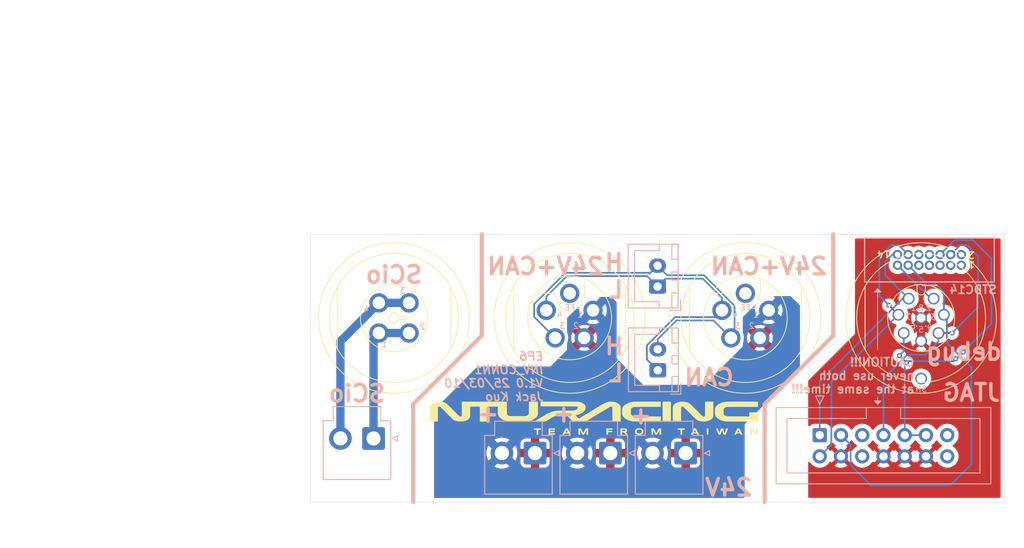
<source format=kicad_pcb>
(kicad_pcb (version 20240108) (generator "pcbnew") (generator_version "8.0")
  (title_block (title "INV_CONN1") (date "2025-03-10") (rev "1.0") (company "NTURacing") (comment 1 "Jack Kuo"))
  (layers (0 "F.Cu" signal) (31 "B.Cu" signal) (34 "B.Paste" user) (35 "F.Paste" user) (36 "B.SilkS" user "B.Silkscreen") (37 "F.SilkS" user "F.Silkscreen") (38 "B.Mask" user) (39 "F.Mask" user) (44 "Edge.Cuts" user))
  (net 0 "")
  (net 1 "GND")
  (net 2 "+24V")
  (net 6 "/CANH")
  (net 7 "GNDPWR")
  (net 8 "/CANL")
  (net 12 "/SC_INbox1")
  (net 13 "/SC_INbox2")
  (net 15 "/TDO")
  (net 16 "/TCK")
  (net 17 "/GND_Detect")
  (net 18 "/NRST")
  (net 19 "/TMS")
  (net 20 "/USART1_RX")
  (net 23 "+3V3")
  (footprint "nturt_kicad_lib_EP6:NianYeong-M12-L-F5P" (layer "F.Cu") (at 161 66)
    (property "Reference" "J5" (hide yes))
    (property "Value" "24V_CAN_4P")
  )
  (footprint "nturt_kicad_lib_EP6:NianYeong-M12-L-F5P" (layer "F.Cu") (at 140 66)
    (property "Reference" "J6" (hide yes))
    (property "Value" "24V_CAN_4P")
  )
  (footprint "nturt_kicad_lib_EP6:NianYeong-M12-T-M4P" (layer "F.Cu") (at 119 66 -45)
    (property "Reference" "J4" (hide yes))
    (property "Value" "SC_2P")
  )
  (footprint "nturt_kicad_lib_EP6:NianYeong-M12-A-F8P-Shield" (layer "F.Cu") (at 182 66)
    (property "Reference" "J7" (hide yes))
    (property "Value" "mainBoardDebug")
  )
  (footprint "Connector_JST:JST_VH_B2P-VH_1x02_P3.96mm_Vertical" (layer "B.Cu") (at 135.8575 82.15 180)
    (property "Reference" "J2" (hide yes))
    (property "Value" "24V")
  )
  (footprint "Connector_IDC:IDC-Header_2x07_P2.54mm_Vertical" (layer "B.Cu") (at 169.88 80 -90)
    (property "Reference" "J3" (hide yes))
    (property "Value" "JTAG")
  )
  (footprint "Connector_JST:JST_VH_B2P-VH_1x02_P3.96mm_Vertical" (layer "B.Cu") (at 153.8575 82.15 180)
    (property "Reference" "J10" (hide yes))
    (property "Value" "24V")
  )
  (footprint "Connector_JST:JST_XH_B2B-XH-A_1x02_P2.50mm_Vertical" (layer "B.Cu") (at 150.5 62.25 90)
    (property "Reference" "J9" (hide yes))
    (property "Value" "CAN")
  )
  (footprint "Connector_JST:JST_XH_B2B-XH-A_1x02_P2.50mm_Vertical" (layer "B.Cu") (at 150.525 72.25 90)
    (property "Reference" "J8" (hide yes))
    (property "Value" "CAN")
  )
  (footprint "Connector_JST:JST_VH_B2P-VH_1x02_P3.96mm_Vertical" (layer "B.Cu") (at 116.5575 80.4 180)
    (property "Reference" "J11" (hide yes))
    (property "Value" "SC_interlock")
  )
  (footprint "nturt_kicad_lib_EP6:box_header_14P_pitch127" (layer "B.Cu") (at 186.8 59.7)
    (property "Reference" "J12" (hide yes))
    (property "Value" "STDC14")
  )
  (footprint "Connector_JST:JST_VH_B2P-VH_1x02_P3.96mm_Vertical" (layer "B.Cu") (at 144.8575 82.15 180)
    (property "Reference" "J1" (hide yes))
    (property "Value" "24V")
  )
  (gr_line (start 176.8 69.8) (end 176.8 62.5) (stroke (width 0.1)) (layer "B.SilkS"))
  (gr_line (start 176.8 75.5) (end 176.8 76.3) (stroke (width 0.1)) (layer "B.SilkS"))
  (gr_line (start 163.3 76.3) (end 163.3 88) (stroke (width 0.5)) (layer "B.SilkS"))
  (gr_poly (pts (xy 176.81 76.31) (xy 177.21 75.91) (xy 176.41 75.91)) (stroke (width 0.1)) (fill solid) (layer "B.SilkS"))
  (gr_line (start 129.5 68.1) (end 121.3 76.3) (stroke (width 0.5)) (layer "B.SilkS"))
  (gr_line (start 129.5 56) (end 129.5 68.1) (stroke (width 0.5)) (layer "B.SilkS"))
  (gr_line (start 171.5 68.1) (end 163.3 76.3) (stroke (width 0.5)) (layer "B.SilkS"))
  (gr_poly (pts (xy 176.8 62.5) (xy 176.4 62.9) (xy 177.2 62.9)) (stroke (width 0.1)) (fill solid) (layer "B.SilkS"))
  (gr_line (start 121.3 76.3) (end 121.3 88) (stroke (width 0.5)) (layer "B.SilkS"))
  (gr_line (start 171.5 56) (end 171.5 68.1) (stroke (width 0.5)) (layer "B.SilkS"))
  (gr_poly (pts (xy 152.095905 75.997883) (xy 152.095905 78.388658) (xy 151.101075 78.388658) (xy 151.101075 77.20015) (xy 151.101637 76.73779) (xy 151.103191 76.357981) (xy 151.105538 76.100012) (xy 151.106947 76.028997) (xy 151.10848 76.003175) (xy 151.120001 76.00199) (xy 151.150038 76.000843) (xy 151.257575 75.998809) (xy 151.414919 75.997371) (xy 151.605897 75.996825)) (stroke (width -0.000001)) (fill solid) (layer "F.SilkS"))
  (gr_poly (pts (xy 153.757488 79.362324) (xy 153.439991 79.362324) (xy 153.439991 79.956049) (xy 153.337331 79.952874) (xy 153.233616 79.949699) (xy 153.230441 79.655483) (xy 153.228325 79.362324) (xy 152.910823 79.362324) (xy 152.910823 79.192991) (xy 153.757488 79.192991)) (stroke (width -0.000001)) (fill solid) (layer "F.SilkS"))
  (gr_poly (pts (xy 139.646631 79.193041) (xy 139.659428 79.19319) (xy 139.671376 79.193438) (xy 139.682484 79.193785) (xy 139.692761 79.194231) (xy 139.702216 79.194777) (xy 139.710859 79.195422) (xy 139.718699 79.196166) (xy 139.725745 79.197009) (xy 139.732007 79.197952) (xy 139.737493 79.198994) (xy 139.742214 79.200135) (xy 139.746178 79.201375) (xy 139.747879 79.202032) (xy 139.749395 79.202714) (xy 139.750726 79.203421) (xy 139.751874 79.204153) (xy 139.75284 79.20491) (xy 139.753624 79.205691) (xy 139.767714 79.230628) (xy 139.798868 79.288506) (xy 139.842326 79.370592) (xy 139.893325 79.468157) (xy 140.003127 79.678766) (xy 140.051083 79.769981) (xy 140.085942 79.835399) (xy 140.148383 79.954991) (xy 139.91555 79.954991) (xy 139.879566 79.883025) (xy 139.843584 79.812116) (xy 139.636151 79.808941) (xy 139.427658 79.806824) (xy 139.390616 79.880907) (xy 139.353574 79.954991) (xy 139.242449 79.954991) (xy 139.221682 79.954933) (xy 139.203365 79.954724) (xy 139.187392 79.954314) (xy 139.180252 79.954018) (xy 139.173658 79.953651) (xy 139.167597 79.953209) (xy 139.162057 79.952685) (xy 139.157023 79.952072) (xy 139.152483 79.951363) (xy 139.148424 79.950553) (xy 139.144832 79.949635) (xy 139.141694 79.948603) (xy 139.138998 79.94745) (xy 139.136729 79.94617) (xy 139.134875 79.944757) (xy 139.134099 79.943998) (xy 139.133422 79.943203) (xy 139.132843 79.942372) (xy 139.132358 79.941503) (xy 139.131968 79.940596) (xy 139.131669 79.939651) (xy 139.131342 79.937639) (xy 139.131364 79.935462) (xy 139.131722 79.933113) (xy 139.132402 79.930586) (xy 139.133391 79.927874) (xy 139.134676 79.924971) (xy 139.136245 79.92187) (xy 139.138083 79.918566) (xy 139.140178 79.915052) (xy 139.145084 79.907366) (xy 139.16415 79.873714) (xy 139.204747 79.797696) (xy 139.277367 79.658658) (xy 139.501741 79.658658) (xy 139.634033 79.658658) (xy 139.660684 79.658561) (xy 139.685511 79.658277) (xy 139.707982 79.65782) (xy 139.727563 79.657202) (xy 139.743721 79.656436) (xy 139.755923 79.655532) (xy 139.760374 79.655033) (xy 139.763635 79.654505) (xy 139.765641 79.653949) (xy 139.766152 79.65366) (xy 139.766324 79.653366) (xy 139.765028 79.649635) (xy 139.761314 79.641179) (xy 139.747672 79.612223) (xy 139.727481 79.570766) (xy 139.702825 79.521074) (xy 139.677971 79.471763) (xy 139.666939 79.450195) (xy 139.657184 79.431381) (xy 139.648968 79.41584) (xy 139.64255 79.404095) (xy 139.638191 79.396666) (xy 139.636865 79.394733) (xy 139.636429 79.39424) (xy 139.636151 79.394074) (xy 139.63441 79.396764) (xy 139.630164 79.404476) (xy 139.615248 79.432836) (xy 139.567358 79.526366) (xy 139.501741 79.658658) (xy 139.277367 79.658658) (xy 139.327117 79.563408) (xy 139.39275 79.436093) (xy 139.448957 79.328325) (xy 139.508091 79.216274) (xy 139.510807 79.212525) (xy 139.5135 79.209197) (xy 139.516321 79.206266) (xy 139.519418 79.203707) (xy 139.522944 79.201495) (xy 139.527048 79.199606) (xy 139.531881 79.198014) (xy 139.537592 79.196695) (xy 139.544333 79.195625) (xy 139.552254 79.194777) (xy 139.561505 79.194128) (xy 139.572236 79.193653) (xy 139.598742 79.193123) (xy 139.632974 79.192991)) (stroke (width -0.000001)) (fill solid) (layer "F.SilkS"))
  (gr_poly (pts (xy 150.884117 76.002117) (xy 150.884117 76.626533) (xy 149.32625 76.62865) (xy 148.760619 76.629702) (xy 148.533957 76.630303) (xy 148.340727 76.631114) (xy 148.177927 76.632253) (xy 148.042552 76.63384) (xy 147.931601 76.635995) (xy 147.884346 76.637322) (xy 147.84207 76.638836) (xy 147.804399 76.640552) (xy 147.770957 76.642484) (xy 147.741368 76.644647) (xy 147.715258 76.647057) (xy 147.692251 76.649728) (xy 147.671971 76.652675) (xy 147.654043 76.655913) (xy 147.638092 76.659457) (xy 147.623743 76.663322) (xy 147.610619 76.667523) (xy 147.598347 76.672075) (xy 147.586549 76.676992) (xy 147.562879 76.687983) (xy 147.536606 76.700617) (xy 147.517933 76.709678) (xy 147.500375 76.718635) (xy 147.483884 76.727533) (xy 147.46841 76.736418) (xy 147.453904 76.745333) (xy 147.440315 76.754325) (xy 147.427595 76.763437) (xy 147.415693 76.772715) (xy 147.404559 76.782205) (xy 147.394146 76.791949) (xy 147.384402 76.801995) (xy 147.375278 76.812386) (xy 147.366724 76.823168) (xy 147.358692 76.834386) (xy 147.35113 76.846084) (xy 147.34399 76.858308) (xy 147.31224 76.912283) (xy 147.31224 77.190625) (xy 147.312362 77.272809) (xy 147.312819 77.338312) (xy 147.313215 77.365517) (xy 147.313747 77.389403) (xy 147.31443 77.410254) (xy 147.315283 77.428353) (xy 147.316321 77.443984) (xy 147.317563 77.45743) (xy 147.319024 77.468976) (xy 147.320723 77.478905) (xy 147.322676 77.4875) (xy 147.324901 77.495046) (xy 147.327414 77.501827) (xy 147.330232 77.508125) (xy 147.336466 77.520027) (xy 147.343639 77.531902) (xy 147.351724 77.543725) (xy 147.360693 77.555469) (xy 147.370517 77.567107) (xy 147.381169 77.578613) (xy 147.392621 77.589962) (xy 147.404845 77.601126) (xy 147.417814 77.612079) (xy 147.431498 77.622795) (xy 147.445871 77.633247) (xy 147.460904 77.64341) (xy 147.47657 77.653256) (xy 147.49284 77.662759) (xy 147.509687 77.671894) (xy 147.527083 77.680633) (xy 147.582123 77.707617) (xy 147.634819 77.727431) (xy 147.710607 77.741243) (xy 147.834926 77.750218) (xy 148.033213 77.755522) (xy 148.330904 77.758321) (xy 149.32625 77.761066) (xy 150.889409 77.7653) (xy 150.889409 78.389717) (xy 149.273333 78.385483) (xy 148.417802 78.38292) (xy 148.128025 78.381297) (xy 147.913109 78.379265) (xy 147.760204 78.376688) (xy 147.656463 78.373428) (xy 147.619013 78.3715) (xy 147.589035 78.36935) (xy 147.564924 78.366961) (xy 147.545073 78.364316) (xy 147.45718 78.349621) (xy 147.372104 78.332922) (xy 147.289859 78.314226) (xy 147.210458 78.29354) (xy 147.133917 78.27087) (xy 147.060248 78.246221) (xy 146.989465 78.219601) (xy 146.921584 78.191014) (xy 146.856616 78.160468) (xy 146.794578 78.127969) (xy 146.735481 78.093523) (xy 146.679342 78.057135) (xy 146.626172 78.018813) (xy 146.575987 77.978562) (xy 146.5288 77.936389) (xy 146.484625 77.8923) (xy 146.466581 77.872847) (xy 146.449709 77.8541) (xy 146.43394 77.83595) (xy 146.419207 77.818283) (xy 146.405441 77.800987) (xy 146.392575 77.783953) (xy 146.38054 77.767067) (xy 146.369267 77.750218) (xy 146.358688 77.733295) (xy 146.348737 77.716186) (xy 146.339343 77.69878) (xy 146.330439 77.680964) (xy 146.321956 77.662627) (xy 146.313828 77.643658) (xy 146.305984 77.623944) (xy 146.298358 77.603375) (xy 146.269782 77.526117) (xy 146.269782 76.859366) (xy 146.298358 76.782108) (xy 146.304862 76.765084) (xy 146.312297 76.746919) (xy 146.320402 76.728158) (xy 146.328916 76.709348) (xy 146.33758 76.691034) (xy 146.346131 76.673761) (xy 146.35431 76.658076) (xy 146.361857 76.644525) (xy 146.372715 76.627179) (xy 146.386068 76.608254) (xy 146.401657 76.588005) (xy 146.419222 76.566688) (xy 146.438505 76.544558) (xy 146.459247 76.521872) (xy 146.481188 76.498885) (xy 146.504071 76.475853) (xy 146.527636 76.453032) (xy 146.551624 76.430677) (xy 146.575776 76.409045) (xy 146.599833 76.388392) (xy 146.623538 76.368972) (xy 146.646629 76.351042) (xy 146.668849 76.334858) (xy 146.68994 76.320675) (xy 146.742423 76.287983) (xy 146.796672 76.256983) (xy 146.852667 76.227678) (xy 146.910388 76.200074) (xy 146.969813 76.174176) (xy 147.030924 76.149988) (xy 147.0937 76.127514) (xy 147.158121 76.106759) (xy 147.224167 76.087729) (xy 147.291816 76.070427) (xy 147.361051 76.054858) (xy 147.431849 76.041027) (xy 147.504192 76.028938) (xy 147.578059 76.018597) (xy 147.653429 76.010008) (xy 147.730283 76.003175) (xy 149.328365 76.001058)) (stroke (width -0.000001)) (fill solid) (layer "F.SilkS"))
  (gr_poly (pts (xy 136.570158 79.362324) (xy 136.252659 79.362324) (xy 136.252659 79.954991) (xy 136.040991 79.954991) (xy 136.040991 79.362324) (xy 135.723491 79.362324) (xy 135.723491 79.192991) (xy 136.570158 79.192991)) (stroke (width -0.000001)) (fill solid) (layer "F.SilkS"))
  (gr_poly (pts (xy 146.446965 79.193405) (xy 146.49158 79.193996) (xy 146.531406 79.194909) (xy 146.566848 79.196195) (xy 146.598311 79.197902) (xy 146.626198 79.200081) (xy 146.650915 79.202781) (xy 146.672867 79.206051) (xy 146.682932 79.207915) (xy 146.692457 79.209941) (xy 146.701493 79.212134) (xy 146.710091 79.214501) (xy 146.7183 79.217047) (xy 146.726173 79.21978) (xy 146.733758 79.222705) (xy 146.741107 79.225828) (xy 146.755299 79.232695) (xy 146.769154 79.24043) (xy 146.783074 79.249082) (xy 146.795522 79.258433) (xy 146.80705 79.268974) (xy 146.817633 79.280627) (xy 146.827243 79.293318) (xy 146.835855 79.306969) (xy 146.843443 79.321506) (xy 146.849979 79.336852) (xy 146.855438 79.352932) (xy 146.859793 79.369668) (xy 146.863018 79.386986) (xy 146.865086 79.40481) (xy 146.865972 79.423063) (xy 146.865648 79.441669) (xy 146.864088 79.460553) (xy 146.861267 79.479639) (xy 146.857157 79.49885) (xy 146.855317 79.506198) (xy 146.853352 79.513189) (xy 146.851235 79.51986) (xy 146.848939 79.52625) (xy 146.846439 79.532399) (xy 146.843708 79.538345) (xy 146.840719 79.544126) (xy 146.837447 79.549782) (xy 146.833864 79.555351) (xy 146.829946 79.560872) (xy 146.825664 79.566383) (xy 146.820993 79.571924) (xy 146.815907 79.577533) (xy 146.810379 79.583249) (xy 146.804382 79.589111) (xy 146.797891 79.595158) (xy 146.788453 79.603662) (xy 146.779337 79.611595) (xy 146.770767 79.618784) (xy 146.766756 79.622046) (xy 146.762966 79.625056) (xy 146.759423 79.627793) (xy 146.756157 79.630236) (xy 146.753194 79.632362) (xy 146.750563 79.634151) (xy 146.748292 79.63558) (xy 146.746408 79.636627) (xy 146.74494 79.637271) (xy 146.744371 79.637436) (xy 146.743915 79.637491) (xy 146.742875 79.63754) (xy 146.741743 79.637683) (xy 146.740527 79.637917) (xy 146.739236 79.638235) (xy 146.737876 79.638634) (xy 146.736456 79.63911) (xy 146.734983 79.639656) (xy 146.733465 79.640269) (xy 146.73191 79.640944) (xy 146.730326 79.641677) (xy 146.728719 79.642462) (xy 146.727099 79.643296) (xy 146.723848 79.645088) (xy 146.720634 79.647016) (xy 146.718868 79.648739) (xy 146.717971 79.651177) (xy 146.717991 79.654399) (xy 146.718979 79.658476) (xy 146.720984 79.663476) (xy 146.724055 79.66947) (xy 146.728243 79.676528) (xy 146.733597 79.684719) (xy 146.748 79.70478) (xy 146.767662 79.730211) (xy 146.79298 79.76157) (xy 146.82435 79.799416) (xy 146.86994 79.855772) (xy 146.907296 79.902603) (xy 146.921676 79.920959) (xy 146.932546 79.935147) (xy 146.939423 79.944573) (xy 146.941213 79.947314) (xy 146.941823 79.948641) (xy 146.941225 79.949236) (xy 146.939469 79.949826) (xy 146.932712 79.950973) (xy 146.922011 79.952045) (xy 146.907825 79.953007) (xy 146.890612 79.953819) (xy 146.870833 79.954445) (xy 146.848944 79.954848) (xy 146.825407 79.954991) (xy 146.70899 79.954991) (xy 146.59575 79.817408) (xy 146.482509 79.679824) (xy 146.26449 79.679824) (xy 146.263434 79.787774) (xy 146.263094 79.847002) (xy 146.26294 79.870335) (xy 146.262507 79.88992) (xy 146.261577 79.906089) (xy 146.260859 79.912995) (xy 146.259935 79.919171) (xy 146.258779 79.924658) (xy 146.257362 79.929497) (xy 146.25566 79.933729) (xy 146.253643 79.937396) (xy 146.251285 79.940539) (xy 146.248559 79.9432) (xy 146.245437 79.945419) (xy 146.241893 79.947237) (xy 146.2379 79.948697) (xy 146.23343 79.94984) (xy 146.228456 79.950706) (xy 146.222951 79.951336) (xy 146.21024 79.952058) (xy 146.195079 79.952335) (xy 146.156541 79.952874) (xy 146.052824 79.956049) (xy 146.052824 79.510491) (xy 146.259199 79.510491) (xy 146.437 79.510491) (xy 146.465871 79.510463) (xy 146.491516 79.510363) (xy 146.514152 79.51017) (xy 146.534002 79.509863) (xy 146.551284 79.509419) (xy 146.566219 79.508817) (xy 146.572875 79.50845) (xy 146.579027 79.508035) (xy 146.584702 79.50757) (xy 146.589928 79.507051) (xy 146.594732 79.506477) (xy 146.599142 79.505845) (xy 146.603186 79.505151) (xy 146.60689 79.504393) (xy 146.610283 79.503569) (xy 146.613392 79.502675) (xy 146.616244 79.501709) (xy 146.618867 79.500668) (xy 146.621288 79.49955) (xy 146.623536 79.498352) (xy 146.625637 79.49707) (xy 146.627619 79.495703) (xy 146.629509 79.494248) (xy 146.631336 79.492701) (xy 146.633126 79.491061) (xy 146.634907 79.489324) (xy 146.637499 79.486564) (xy 146.639918 79.483646) (xy 146.642164 79.480583) (xy 146.644238 79.477385) (xy 146.646139 79.474063) (xy 146.647869 79.470628) (xy 146.649427 79.46709) (xy 146.650815 79.463461) (xy 146.652032 79.459752) (xy 146.653079 79.455972) (xy 146.653956 79.452134) (xy 146.654664 79.448248) (xy 146.655203 79.444324) (xy 146.655573 79.440374) (xy 146.655775 79.436409) (xy 146.655809 79.432439) (xy 146.655676 79.428475) (xy 146.655376 79.424528) (xy 146.654909 79.420609) (xy 146.654276 79.416729) (xy 146.653477 79.412899) (xy 146.652512 79.409129) (xy 146.651383 79.40543) (xy 146.650088 79.401814) (xy 146.64863 79.39829) (xy 146.647007 79.39487) (xy 146.645221 79.391565) (xy 146.643272 79.388386) (xy 146.64116 79.385343) (xy 146.638885 79.382447) (xy 146.636449 79.37971) (xy 146.633851 79.377141) (xy 146.630012 79.373949) (xy 146.625917 79.371103) (xy 146.621381 79.368577) (xy 146.616222 79.366343) (xy 146.610257 79.364376) (xy 146.603303 79.362649) (xy 146.595176 79.361136) (xy 146.585695 79.359811) (xy 146.561937 79.357618) (xy 146.530563 79.355858) (xy 146.490111 79.354323) (xy 146.439116 79.352799) (xy 146.266607 79.349624) (xy 146.262374 79.430058) (xy 146.259199 79.510491) (xy 146.052824 79.510491) (xy 146.052824 79.192991) (xy 146.34175 79.192991)) (stroke (width -0.000001)) (fill solid) (layer "F.SilkS"))
  (gr_poly (pts (xy 139.442291 75.996926) (xy 140.017927 75.997635) (xy 140.244798 75.998408) (xy 140.435979 75.99956) (xy 140.595178 76.001168) (xy 140.726101 76.003307) (xy 140.832455 76.006055) (xy 140.917947 76.009486) (xy 140.954027 76.011481) (xy 140.986283 76.013676) (xy 141.015176 76.01608) (xy 141.04117 76.018703) (xy 141.064729 76.021553) (xy 141.086315 76.024641) (xy 141.106393 76.027975) (xy 141.125425 76.031566) (xy 141.162207 76.039555) (xy 141.200366 76.048683) (xy 141.262354 76.064934) (xy 141.322064 76.083096) (xy 141.379427 76.103117) (xy 141.434373 76.124949) (xy 141.486833 76.148543) (xy 141.536736 76.173848) (xy 141.584013 76.200815) (xy 141.628594 76.229394) (xy 141.670409 76.259535) (xy 141.709389 76.29119) (xy 141.727794 76.30757) (xy 141.745464 76.324309) (xy 141.76239 76.341401) (xy 141.778563 76.358841) (xy 141.793975 76.376622) (xy 141.808618 76.394738) (xy 141.822482 76.413182) (xy 141.835558 76.431949) (xy 141.847838 76.451032) (xy 141.859314 76.470425) (xy 141.869976 76.490122) (xy 141.879816 76.510117) (xy 141.888989 76.530196) (xy 141.892769 76.539245) (xy 141.896055 76.547919) (xy 141.898882 76.556432) (xy 141.901284 76.564997) (xy 141.903296 76.573829) (xy 141.904951 76.583142) (xy 141.906284 76.593149) (xy 141.907329 76.604064) (xy 141.908119 76.616102) (xy 141.908689 76.629477) (xy 141.909305 76.66109) (xy 141.909449 76.700617) (xy 141.908882 76.736451) (xy 141.907879 76.766828) (xy 141.907173 76.780281) (xy 141.906306 76.792741) (xy 141.905263 76.804333) (xy 141.904026 76.815181) (xy 141.902578 76.825409) (xy 141.900903 76.835141) (xy 141.898982 76.8445) (xy 141.896799 76.853612) (xy 141.894337 76.862599) (xy 141.89158 76.871587) (xy 141.888509 76.880698) (xy 141.885107 76.890058) (xy 141.858076 76.953414) (xy 141.824727 77.014817) (xy 141.785241 77.074149) (xy 141.739802 77.131292) (xy 141.688589 77.186128) (xy 141.631784 77.238539) (xy 141.569568 77.288408) (xy 141.502124 77.335616) (xy 141.429631 77.380047) (xy 141.352273 77.421581) (xy 141.270229 77.460102) (xy 141.183682 77.495491) (xy 141.092812 77.52763) (xy 140.997802 77.556403) (xy 140.898832 77.58169) (xy 140.796084 77.603375) (xy 140.697657 77.622425) (xy 140.896625 77.819274) (xy 141.094533 78.017183) (xy 142.629116 77.095375) (xy 143.732429 76.435901) (xy 144.082869 76.228451) (xy 144.229315 76.143933) (xy 144.269712 76.126861) (xy 144.314164 76.109951) (xy 144.361866 76.093462) (xy 144.412011 76.077655) (xy 144.463792 76.062791) (xy 144.516405 76.04913) (xy 144.569043 76.036932) (xy 144.620899 76.026458) (xy 144.654795 76.020877) (xy 144.690805 76.016042) (xy 144.767991 76.008615) (xy 144.850113 76.00419) (xy 144.934828 76.002778) (xy 145.01979 76.004392) (xy 145.102657 76.009045) (xy 145.181084 76.016749) (xy 145.2179 76.021749) (xy 145.252726 76.027516) (xy 145.335377 76.044297) (xy 145.414915 76.06438) (xy 145.491129 76.08762) (xy 145.563809 76.11387) (xy 145.598757 76.128078) (xy 145.632743 76.142985) (xy 145.66574 76.158571) (xy 145.697721 76.174819) (xy 145.72866 76.19171) (xy 145.758531 76.209227) (xy 145.787308 76.22735) (xy 145.814964 76.246062) (xy 145.841473 76.265345) (xy 145.866808 76.28518) (xy 145.890943 76.305549) (xy 145.913852 76.326434) (xy 145.935509 76.347816) (xy 145.955886 76.369678) (xy 145.974958 76.392001) (xy 145.992698 76.414767) (xy 146.009081 76.437958) (xy 146.024079 76.461556) (xy 146.037666 76.485541) (xy 146.049816 76.509897) (xy 146.060503 76.534605) (xy 146.069699 76.559647) (xy 146.07738 76.585004) (xy 146.083518 76.610658) (xy 146.086748 76.636711) (xy 146.089321 76.684345) (xy 146.092645 76.851694) (xy 146.093786 77.127389) (xy 146.093041 77.526117) (xy 146.089866 78.383367) (xy 145.595624 78.386541) (xy 145.100324 78.388658) (xy 145.100324 76.6731) (xy 145.074926 76.6477) (xy 145.070476 76.643521) (xy 145.065674 76.639518) (xy 145.055086 76.632052) (xy 145.043313 76.625324) (xy 145.030508 76.619356) (xy 145.016822 76.61417) (xy 145.002408 76.609786) (xy 144.987417 76.606227) (xy 144.972001 76.603514) (xy 144.956313 76.60167) (xy 144.940503 76.600716) (xy 144.924725 76.600673) (xy 144.909129 76.601563) (xy 144.893869 76.603408) (xy 144.879095 76.606231) (xy 144.86496 76.610051) (xy 144.851616 76.614892) (xy 144.39521 76.884237) (xy 143.349841 77.509183) (xy 141.885107 78.388658) (xy 140.396033 78.388658) (xy 140.025616 78.018241) (xy 139.6552 77.647825) (xy 139.184241 77.647825) (xy 138.992797 77.648472) (xy 138.836364 77.650818) (xy 138.769227 77.652818) (xy 138.708382 77.655471) (xy 138.65301 77.658852) (xy 138.602291 77.663038) (xy 138.555403 77.668105) (xy 138.511528 77.674128) (xy 138.469845 77.681184) (xy 138.429534 77.689348) (xy 138.389775 77.698696) (xy 138.349748 77.709305) (xy 138.308633 77.72125) (xy 138.265609 77.734608) (xy 138.209535 77.753178) (xy 138.156947 77.773039) (xy 138.101507 77.797562) (xy 138.036876 77.830123) (xy 137.956718 77.874093) (xy 137.854694 77.932847) (xy 137.5597 78.1082) (xy 137.091917 78.388658) (xy 136.421991 78.386541) (xy 135.752067 78.383367) (xy 136.518299 77.922991) (xy 137.00037 77.63443) (xy 137.16146 77.538903) (xy 137.281622 77.468702) (xy 137.370134 77.418443) (xy 137.40542 77.399111) (xy 137.436272 77.382745) (xy 137.463849 77.368674) (xy 137.489312 77.356225) (xy 137.538533 77.3335) (xy 137.590134 77.3115) (xy 137.644303 77.290011) (xy 137.759014 77.248916) (xy 137.880001 77.210921) (xy 138.004597 77.176734) (xy 138.130136 77.147062) (xy 138.253951 77.12261) (xy 138.373375 77.104088) (xy 138.430607 77.09727) (xy 138.485742 77.0922) (xy 138.517557 77.089058) (xy 138.545801 77.086114) (xy 138.557592 77.084779) (xy 138.567299 77.083568) (xy 138.574525 77.082505) (xy 138.577084 77.082038) (xy 138.578875 77.081616) (xy 138.65524 77.079434) (xy 138.853248 77.077648) (xy 139.494334 77.075266) (xy 139.811726 77.074384) (xy 140.05644 77.072968) (xy 140.155156 77.071893) (xy 140.240036 77.070485) (xy 140.312527 77.068677) (xy 140.374072 77.066403) (xy 140.426118 77.063595) (xy 140.470108 77.060187) (xy 140.507487 77.056113) (xy 140.539701 77.051305) (xy 140.568194 77.045697) (xy 140.594412 77.039223) (xy 140.619798 77.031816) (xy 140.645798 77.023408) (xy 140.680432 77.010739) (xy 140.713617 76.996615) (xy 140.745242 76.981146) (xy 140.775197 76.964439) (xy 140.803372 76.946604) (xy 140.829658 76.927749) (xy 140.853943 76.907982) (xy 140.876119 76.887412) (xy 140.886381 76.87686) (xy 140.896075 76.866148) (xy 140.905186 76.855289) (xy 140.9137 76.844298) (xy 140.921605 76.833187) (xy 140.928886 76.82197) (xy 140.935529 76.810661) (xy 140.941521 76.799273) (xy 140.946848 76.78782) (xy 140.951496 76.776316) (xy 140.955451 76.764773) (xy 140.9587 76.753207) (xy 140.961229 76.741629) (xy 140.963024 76.730054) (xy 140.964072 76.718495) (xy 140.964358 76.706967) (xy 140.963992 76.696627) (xy 140.963269 76.687003) (xy 140.962151 76.678043) (xy 140.961433 76.673795) (xy 140.960604 76.669693) (xy 140.959658 76.665731) (xy 140.958592 76.661902) (xy 140.957401 76.658199) (xy 140.956079 76.654616) (xy 140.954624 76.651146) (xy 140.95303 76.647783) (xy 140.951293 76.64452) (xy 140.949409 76.64135) (xy 140.947373 76.638267) (xy 140.94518 76.635264) (xy 140.942827 76.632335) (xy 140.940308 76.629472) (xy 140.937619 76.626671) (xy 140.934757 76.623923) (xy 140.931715 76.621222) (xy 140.928491 76.618562) (xy 140.925078 76.615937) (xy 140.921474 76.613339) (xy 140.913672 76.608198) (xy 140.905048 76.603089) (xy 140.895567 76.597958) (xy 140.851116 76.573617) (xy 138.684708 76.570441) (xy 136.517241 76.568325) (xy 136.517241 75.996825) (xy 138.679416 75.996825)) (stroke (width -0.000001)) (fill solid) (layer "F.SilkS"))
  (gr_poly (pts (xy 162.499324 76.631825) (xy 160.634542 76.633941) (xy 158.768697 76.637116) (xy 158.699908 76.661458) (xy 158.671291 76.672313) (xy 158.644165 76.68346) (xy 158.618505 76.694916) (xy 158.594288 76.706702) (xy 158.571492 76.718834) (xy 158.550093 76.731333) (xy 158.530067 76.744216) (xy 158.511391 76.757502) (xy 158.494043 76.771209) (xy 158.477998 76.785357) (xy 158.463234 76.799964) (xy 158.449727 76.815049) (xy 158.437454 76.830629) (xy 158.426392 76.846724) (xy 158.416517 76.863353) (xy 158.407807 76.880533) (xy 158.399727 76.898289) (xy 158.396424 76.906806) (xy 158.393569 76.915623) (xy 158.391129 76.925148) (xy 158.389073 76.935786) (xy 158.387367 76.947942) (xy 158.385979 76.962025) (xy 158.384025 76.997591) (xy 158.382952 77.045732) (xy 158.382407 77.192742) (xy 158.382537 77.272518) (xy 158.382735 77.305772) (xy 158.383052 77.335054) (xy 158.383511 77.360703) (xy 158.384137 77.383055) (xy 158.384951 77.40245) (xy 158.385979 77.419225) (xy 158.387241 77.433718) (xy 158.388763 77.446266) (xy 158.390567 77.457209) (xy 158.392676 77.466883) (xy 158.395114 77.475627) (xy 158.397904 77.483779) (xy 158.401069 77.491677) (xy 158.404632 77.499658) (xy 158.417715 77.525312) (xy 158.433493 77.549857) (xy 158.451881 77.573251) (xy 158.472796 77.595454) (xy 158.496154 77.616422) (xy 158.521872 77.636115) (xy 158.549865 77.65449) (xy 158.580051 77.671505) (xy 158.612345 77.687119) (xy 158.646664 77.701289) (xy 158.682924 77.713974) (xy 158.721041 77.725133) (xy 158.760931 77.734722) (xy 158.802512 77.742701) (xy 158.845698 77.749027) (xy 158.890407 77.753658) (xy 159.0332 77.757544) (xy 159.332658 77.760934) (xy 160.237664 77.764242) (xy 161.462156 77.764242) (xy 161.462156 77.277408) (xy 162.499324 77.277408) (xy 162.499324 78.388658) (xy 160.682164 78.387599) (xy 159.364011 78.383895) (xy 158.93641 78.380754) (xy 158.74753 78.377016) (xy 158.695164 78.372151) (xy 158.643517 78.366268) (xy 158.592416 78.359343) (xy 158.541686 78.351352) (xy 158.491156 78.342269) (xy 158.44065 78.33207) (xy 158.389995 78.32073) (xy 158.339018 78.308225) (xy 158.249276 78.283812) (xy 158.162721 78.256292) (xy 158.07951 78.225783) (xy 157.999805 78.192403) (xy 157.923765 78.15627) (xy 157.851549 78.117501) (xy 157.783318 78.076215) (xy 157.71923 78.032529) (xy 157.659446 77.986561) (xy 157.604126 77.938428) (xy 157.578189 77.913587) (xy 157.553428 77.888249) (xy 157.529862 77.862429) (xy 157.507513 77.836142) (xy 157.486399 77.809402) (xy 157.46654 77.782224) (xy 157.447957 77.754623) (xy 157.430669 77.726613) (xy 157.414697 77.698209) (xy 157.40006 77.669427) (xy 157.386779 77.64028) (xy 157.374872 77.610783) (xy 157.367143 77.589261) (xy 157.361248 77.567788) (xy 157.35694 77.54195) (xy 157.353971 77.507331) (xy 157.352094 77.459516) (xy 157.35106 77.394089) (xy 157.35053 77.192742) (xy 157.350622 77.078847) (xy 157.35106 76.991394) (xy 157.351487 76.956203) (xy 157.352094 76.925967) (xy 157.352912 76.900134) (xy 157.353971 76.878152) (xy 157.355304 76.859469) (xy 157.35694 76.843533) (xy 157.357882 76.836422) (xy 157.358911 76.829792) (xy 157.360032 76.823572) (xy 157.361248 76.817695) (xy 157.363981 76.806689) (xy 157.367143 76.796222) (xy 157.370763 76.785743) (xy 157.374872 76.7747) (xy 157.408206 76.699715) (xy 157.450393 76.627308) (xy 157.501035 76.557701) (xy 157.559734 76.491116) (xy 157.626092 76.427774) (xy 157.699709 76.367897) (xy 157.780188 76.311706) (xy 157.86713 76.259424) (xy 157.960137 76.211271) (xy 158.05881 76.167471) (xy 158.162751 76.128243) (xy 158.271562 76.093811) (xy 158.384843 76.064396) (xy 158.502197 76.040219) (xy 158.623226 76.021502) (xy 158.74753 76.008467) (xy 159.357792 76.001984) (xy 160.676872 75.997883) (xy 162.499324 75.996825)) (stroke (width -0.000001)) (fill solid) (layer "F.SilkS"))
  (gr_poly (pts (xy 157.791855 79.441699) (xy 157.830385 79.538156) (xy 157.862764 79.61725) (xy 157.875593 79.647713) (xy 157.885618 79.670746) (xy 157.892419 79.685321) (xy 157.894478 79.689114) (xy 157.895149 79.690082) (xy 157.895573 79.690408) (xy 157.896656 79.689114) (xy 157.898678 79.685321) (xy 157.90533 79.670746) (xy 157.927588 79.61725) (xy 157.958975 79.538156) (xy 157.996116 79.441699) (xy 158.091364 79.192991) (xy 158.206724 79.195108) (xy 158.321022 79.198282) (xy 158.340073 79.245908) (xy 158.435324 79.504141) (xy 158.512584 79.713691) (xy 158.61524 79.456516) (xy 158.718958 79.198282) (xy 158.825848 79.195108) (xy 158.847455 79.194858) (xy 158.867537 79.194893) (xy 158.885659 79.195201) (xy 158.901387 79.195769) (xy 158.908218 79.196147) (xy 158.914288 79.196585) (xy 158.919542 79.197083) (xy 158.923927 79.197638) (xy 158.927388 79.198248) (xy 158.92987 79.198913) (xy 158.930727 79.199266) (xy 158.93132 79.199631) (xy 158.93164 79.200009) (xy 158.931683 79.2004) (xy 158.919809 79.232662) (xy 158.887497 79.314832) (xy 158.781397 79.579283) (xy 158.631115 79.949699) (xy 158.400399 79.949699) (xy 158.305147 79.703108) (xy 158.26756 79.607974) (xy 158.250918 79.566726) (xy 158.236224 79.530996) (xy 158.223861 79.501766) (xy 158.214215 79.480015) (xy 158.21053 79.472249) (xy 158.207669 79.466721) (xy 158.205679 79.463553) (xy 158.205025 79.462892) (xy 158.204608 79.462866) (xy 158.202557 79.46631) (xy 158.198919 79.473945) (xy 158.187674 79.499908) (xy 158.17246 79.536982) (xy 158.154865 79.5814) (xy 158.108827 79.70033) (xy 158.059614 79.824816) (xy 158.009875 79.954991) (xy 157.783392 79.954991) (xy 157.633106 79.5814) (xy 157.5748 79.436441) (xy 157.52701 79.316287) (xy 157.494697 79.233439) (xy 157.485896 79.209912) (xy 157.482824 79.2004) (xy 157.482962 79.200006) (xy 157.483373 79.199619) (xy 157.484982 79.198866) (xy 157.487596 79.198144) (xy 157.491159 79.197456) (xy 157.500907 79.196195) (xy 157.513781 79.195108) (xy 157.529334 79.194219) (xy 157.547119 79.193553) (xy 157.56669 79.193136) (xy 157.587601 79.192991) (xy 157.692374 79.192991)) (stroke (width -0.000001)) (fill solid) (layer "F.SilkS"))
  (gr_poly (pts (xy 156.47529 79.195108) (xy 156.57795 79.198282) (xy 156.57795 79.949699) (xy 156.47529 79.952874) (xy 156.371572 79.956049) (xy 156.371572 79.191933)) (stroke (width -0.000001)) (fill solid) (layer "F.SilkS"))
  (gr_poly (pts (xy 160.468381 79.564466) (xy 160.607023 79.829578) (xy 160.649951 79.912426) (xy 160.661865 79.935953) (xy 160.666288 79.945466) (xy 160.666336 79.945959) (xy 160.666087 79.946445) (xy 160.664726 79.947394) (xy 160.662261 79.94831) (xy 160.658748 79.949186) (xy 160.648802 79.950805) (xy 160.635334 79.952213) (xy 160.618789 79.953372) (xy 160.599616 79.954247) (xy 160.578259 79.954799) (xy 160.555165 79.954991) (xy 160.439809 79.954991) (xy 160.403821 79.880907) (xy 160.367841 79.806824) (xy 159.9498 79.806824) (xy 159.914875 79.877733) (xy 159.879949 79.949699) (xy 159.766706 79.952874) (xy 159.743563 79.95317) (xy 159.722057 79.953255) (xy 159.702636 79.953116) (xy 159.685744 79.952742) (xy 159.671829 79.95212) (xy 159.666127 79.951712) (xy 159.661337 79.951237) (xy 159.657514 79.950695) (xy 159.654715 79.950082) (xy 159.653716 79.949749) (xy 159.652994 79.949398) (xy 159.652556 79.949029) (xy 159.652408 79.948641) (xy 159.667076 79.918264) (xy 159.707045 79.839765) (xy 159.80503 79.650588) (xy 160.035497 79.650588) (xy 160.03581 79.650984) (xy 160.037421 79.65177) (xy 160.04029 79.652544) (xy 160.044354 79.6533) (xy 160.055801 79.65473) (xy 160.071242 79.656012) (xy 160.090155 79.657095) (xy 160.11202 79.65793) (xy 160.136316 79.658467) (xy 160.162521 79.658658) (xy 160.293757 79.658658) (xy 160.229197 79.526366) (xy 160.216344 79.500019) (xy 160.204161 79.475334) (xy 160.192921 79.452882) (xy 160.182896 79.433233) (xy 160.174359 79.416957) (xy 160.167583 79.404625) (xy 160.164941 79.400116) (xy 160.162841 79.396807) (xy 160.161317 79.394769) (xy 160.160783 79.39425) (xy 160.160405 79.394074) (xy 160.158491 79.396474) (xy 160.154519 79.4033) (xy 160.141489 79.427991) (xy 160.102728 79.505861) (xy 160.061585 79.591867) (xy 160.045577 79.626728) (xy 160.035523 79.650191) (xy 160.035497 79.650588) (xy 159.80503 79.650588) (xy 159.838674 79.585632) (xy 160.035523 79.210983) (xy 160.037053 79.208165) (xy 160.038934 79.205652) (xy 160.041267 79.203427) (xy 160.044155 79.201474) (xy 160.047701 79.199775) (xy 160.052006 79.198314) (xy 160.057173 79.197072) (xy 160.063305 79.196034) (xy 160.070503 79.195181) (xy 160.07887 79.194498) (xy 160.09952 79.19357) (xy 160.126074 79.193113) (xy 160.15935 79.192991) (xy 160.274706 79.192991)) (stroke (width -0.000001)) (fill solid) (layer "F.SilkS"))
  (gr_poly (pts (xy 157.165323 76.878416) (xy 157.165205 77.133096) (xy 157.164777 77.336096) (xy 157.163928 77.493579) (xy 157.162545 77.611709) (xy 157.160517 77.696651) (xy 157.159226 77.728602) (xy 157.157733 77.754567) (xy 157.156022 77.775318) (xy 157.15408 77.791623) (xy 157.151893 77.804255) (xy 157.149448 77.813983) (xy 157.138628 77.846022) (xy 157.125457 77.877432) (xy 157.109998 77.908181) (xy 157.092311 77.938242) (xy 157.050501 77.996181) (xy 157.000521 78.051016) (xy 156.942865 78.102516) (xy 156.878024 78.150446) (xy 156.806492 78.194575) (xy 156.728761 78.23467) (xy 156.645326 78.270499) (xy 156.556679 78.301829) (xy 156.463312 78.328428) (xy 156.36572 78.350062) (xy 156.264394 78.3665) (xy 156.159828 78.377508) (xy 156.052515 78.382855) (xy 155.942947 78.382308) (xy 155.88964 78.379864) (xy 155.837258 78.376099) (xy 155.785784 78.371006) (xy 155.735201 78.364581) (xy 155.685493 78.356816) (xy 155.636642 78.347705) (xy 155.588632 78.337243) (xy 155.541444 78.325423) (xy 155.495063 78.312238) (xy 155.44947 78.297683) (xy 155.40465 78.281751) (xy 155.360584 78.264436) (xy 155.317257 78.245732) (xy 155.27465 78.225633) (xy 155.232747 78.204133) (xy 155.19153 78.181224) (xy 155.161509 78.161823) (xy 155.123997 78.132574) (xy 155.072097 78.086905) (xy 154.998915 78.018241) (xy 154.761121 77.785639) (xy 154.355449 77.382183) (xy 154.014781 77.04398) (xy 153.882343 76.913523) (xy 153.774027 76.807773) (xy 153.688978 76.725934) (xy 153.62634 76.667213) (xy 153.603158 76.646274) (xy 153.585257 76.630816) (xy 153.572531 76.620741) (xy 153.564872 76.61595) (xy 153.557281 76.613137) (xy 153.549408 76.610647) (xy 153.541283 76.608477) (xy 153.532933 76.606619) (xy 153.524388 76.60507) (xy 153.515676 76.603825) (xy 153.497868 76.602225) (xy 153.479737 76.601778) (xy 153.461513 76.602444) (xy 153.443425 76.604183) (xy 153.425703 76.606954) (xy 153.408577 76.610718) (xy 153.392275 76.615433) (xy 153.377027 76.62106) (xy 153.369871 76.624203) (xy 153.363064 76.627558) (xy 153.356635 76.631122) (xy 153.350613 76.634888) (xy 153.345027 76.638851) (xy 153.339905 76.643008) (xy 153.335276 76.647351) (xy 153.331169 76.651878) (xy 153.327612 76.656582) (xy 153.324634 76.661458) (xy 153.321702 76.679055) (xy 153.319241 76.72127) (xy 153.315635 76.882782) (xy 153.313617 77.152442) (xy 153.312989 77.5367) (xy 153.312989 78.389717) (xy 152.815572 78.388658) (xy 152.318159 78.387599) (xy 152.318159 77.510241) (xy 152.318243 77.228977) (xy 152.318638 77.014313) (xy 152.319018 76.928832) (xy 152.319554 76.856253) (xy 152.320273 76.795326) (xy 152.321201 76.744802) (xy 152.322365 76.70343) (xy 152.323791 76.669962) (xy 152.325505 76.643148) (xy 152.327533 76.621738) (xy 152.328674 76.612669) (xy 152.329903 76.604482) (xy 152.331224 76.597022) (xy 152.33264 76.590132) (xy 152.335771 76.577438) (xy 152.339322 76.56515) (xy 152.349547 76.535912) (xy 152.361933 76.506968) (xy 152.376433 76.478362) (xy 152.393002 76.450139) (xy 152.411591 76.422343) (xy 152.432156 76.395021) (xy 152.45465 76.368216) (xy 152.479025 76.341974) (xy 152.505236 76.316339) (xy 152.533236 76.291358) (xy 152.562978 76.267074) (xy 152.594416 76.243532) (xy 152.627504 76.220778) (xy 152.662195 76.198857) (xy 152.698442 76.177813) (xy 152.736199 76.157691) (xy 152.761406 76.145586) (xy 152.789225 76.133523) (xy 152.819391 76.121573) (xy 152.851639 76.109802) (xy 152.921322 76.087073) (xy 152.996151 76.065881) (xy 153.074007 76.046773) (xy 153.152767 76.030295) (xy 153.230313 76.016991) (xy 153.304522 76.007408) (xy 153.348975 76.004175) (xy 153.402568 76.002381) (xy 153.462337 76.001976) (xy 153.525318 76.00291) (xy 153.588548 76.005134) (xy 153.649061 76.008599) (xy 153.703895 76.013254) (xy 153.750084 76.01905) (xy 153.795286 76.026634) (xy 153.843613 76.036463) (xy 153.893925 76.048202) (xy 153.945081 76.061515) (xy 153.995939 76.07607) (xy 154.045358 76.091529) (xy 154.092197 76.107559) (xy 154.135316 76.123825) (xy 154.205077 76.153365) (xy 154.236721 76.168699) (xy 154.268153 76.186118) (xy 154.300831 76.206904) (xy 154.336215 76.232339) (xy 154.375762 76.263706) (xy 154.420933 76.302286) (xy 154.533979 76.406216) (xy 154.687022 76.554385) (xy 155.159783 77.024466) (xy 155.450725 77.312697) (xy 155.692652 77.549929) (xy 155.787484 77.641793) (xy 155.860761 77.711755) (xy 155.909382 77.756763) (xy 155.923478 77.768956) (xy 155.930247 77.773766) (xy 155.936625 77.776021) (xy 155.943241 77.778025) (xy 155.957107 77.781297) (xy 155.971673 77.78361) (xy 155.98677 77.784995) (xy 156.002226 77.78548) (xy 156.017871 77.785096) (xy 156.033535 77.783871) (xy 156.049046 77.781836) (xy 156.064236 77.779019) (xy 156.078932 77.775451) (xy 156.092965 77.77116) (xy 156.106163 77.766176) (xy 156.118357 77.760529) (xy 156.129376 77.754247) (xy 156.134391 77.750878) (xy 156.139049 77.747361) (xy 156.143327 77.7437) (xy 156.147205 77.7399) (xy 156.170489 77.715558) (xy 156.172606 76.858308) (xy 156.175781 76.002117) (xy 156.671081 76) (xy 157.165323 75.997883)) (stroke (width -0.000001)) (fill solid) (layer "F.SilkS"))
  (gr_poly (pts (xy 145.110908 79.362324) (xy 144.592324 79.362324) (xy 144.592324 79.489324) (xy 145.086566 79.489324) (xy 145.088684 79.568699) (xy 145.090801 79.648074) (xy 144.592324 79.648074) (xy 144.592324 79.956049) (xy 144.489666 79.952874) (xy 144.385949 79.949699) (xy 144.382774 79.584574) (xy 144.382378 79.4416) (xy 144.382775 79.322637) (xy 144.383965 79.240186) (xy 144.384858 79.21656) (xy 144.385379 79.20983) (xy 144.385949 79.206749) (xy 144.387503 79.204851) (xy 144.39109 79.203119) (xy 144.405049 79.200135) (xy 144.429203 79.197745) (xy 144.464928 79.195901) (xy 144.513601 79.194554) (xy 144.576599 79.193653) (xy 144.751074 79.192991) (xy 145.110908 79.192991)) (stroke (width -0.000001)) (fill solid) (layer "F.SilkS"))
  (gr_poly (pts (xy 138.242325 79.362324) (xy 137.694109 79.362324) (xy 137.689875 79.420533) (xy 137.6867 79.478741) (xy 138.210574 79.478741) (xy 138.210574 79.648074) (xy 137.691992 79.648074) (xy 137.691992 79.706282) (xy 137.691945 79.718044) (xy 137.69181 79.729334) (xy 137.691602 79.73988) (xy 137.691331 79.74941) (xy 137.69101 79.757649) (xy 137.690653 79.764325) (xy 137.69027 79.769167) (xy 137.690074 79.770814) (xy 137.689875 79.771899) (xy 137.690943 79.772891) (xy 137.694844 79.77388) (xy 137.710578 79.775835) (xy 137.735937 79.777741) (xy 137.769779 79.779572) (xy 137.858348 79.782913) (xy 137.967158 79.785658) (xy 138.247617 79.790949) (xy 138.247617 79.949699) (xy 137.859208 79.952874) (xy 137.469741 79.954991) (xy 137.469741 79.192991) (xy 138.242325 79.192991)) (stroke (width -0.000001)) (fill solid) (layer "F.SilkS"))
  (gr_poly (pts (xy 162.043183 79.453341) (xy 162.298238 79.713691) (xy 162.298238 79.192991) (xy 162.499324 79.192991) (xy 162.499324 79.954991) (xy 162.279188 79.954991) (xy 162.024133 79.692524) (xy 161.769074 79.431116) (xy 161.769074 79.954991) (xy 161.567988 79.954991) (xy 161.567988 79.192991) (xy 161.788124 79.192991)) (stroke (width -0.000001)) (fill solid) (layer "F.SilkS"))
  (gr_poly (pts (xy 154.967164 79.195108) (xy 155.081465 79.198282) (xy 155.185184 79.394074) (xy 155.307237 79.627486) (xy 155.397244 79.800871) (xy 155.452922 79.909764) (xy 155.467175 79.93863) (xy 155.471989 79.949699) (xy 155.471403 79.95027) (xy 155.469684 79.950791) (xy 155.463076 79.951684) (xy 155.452623 79.952378) (xy 155.438784 79.952874) (xy 155.402785 79.953271) (xy 155.358749 79.952874) (xy 155.244448 79.949699) (xy 155.207405 79.878791) (xy 155.170363 79.806824) (xy 154.756559 79.806824) (xy 154.720572 79.880907) (xy 154.684592 79.954991) (xy 154.453875 79.954991) (xy 154.573465 79.724274) (xy 154.609747 79.654056) (xy 154.840053 79.654056) (xy 154.840165 79.654424) (xy 154.841221 79.654983) (xy 154.843549 79.65547) (xy 154.851758 79.656243) (xy 154.864257 79.656769) (xy 154.880515 79.65707) (xy 154.922169 79.657103) (xy 154.972455 79.656541) (xy 155.099457 79.653366) (xy 155.032781 79.521074) (xy 154.967164 79.388783) (xy 154.90155 79.520016) (xy 154.888494 79.546367) (xy 154.87648 79.571081) (xy 154.865756 79.593612) (xy 154.85657 79.613414) (xy 154.84917 79.629942) (xy 154.843803 79.64265) (xy 154.841961 79.647401) (xy 154.840719 79.650993) (xy 154.840111 79.653356) (xy 154.840053 79.654056) (xy 154.609747 79.654056) (xy 154.675727 79.526366) (xy 154.721847 79.438227) (xy 154.756559 79.372908) (xy 154.783099 79.323365) (xy 154.80696 79.278187) (xy 154.825464 79.242534) (xy 154.83187 79.229892) (xy 154.835932 79.221566) (xy 154.851807 79.191933)) (stroke (width -0.000001)) (fill solid) (layer "F.SilkS"))
  (gr_poly (pts (xy 148.317358 79.176521) (xy 148.338824 79.177116) (xy 148.380685 79.179845) (xy 148.420556 79.18407) (xy 148.43975 79.186744) (xy 148.458454 79.189794) (xy 148.47667 79.193221) (xy 148.494399 79.197026) (xy 148.511645 79.201209) (xy 148.52841 79.205771) (xy 148.544695 79.210712) (xy 148.560504 79.216035) (xy 148.575838 79.221738) (xy 148.590701 79.227824) (xy 148.605093 79.234293) (xy 148.619018 79.241145) (xy 148.632478 79.248382) (xy 148.645475 79.256004) (xy 148.658012 79.264012) (xy 148.670091 79.272407) (xy 148.681714 79.28119) (xy 148.692883 79.290361) (xy 148.703602 79.299921) (xy 148.713871 79.309871) (xy 148.723694 79.320211) (xy 148.733073 79.330943) (xy 148.74201 79.342068) (xy 148.750508 79.353585) (xy 148.758568 79.365496) (xy 148.766193 79.377802) (xy 148.773386 79.390502) (xy 148.780149 79.4036) (xy 148.789018 79.422033) (xy 148.792708 79.430449) (xy 148.795941 79.438558) (xy 148.798745 79.44653) (xy 148.801152 79.454536) (xy 148.803189 79.462747) (xy 148.804887 79.471333) (xy 148.806275 79.480464) (xy 148.807382 79.490312) (xy 148.808238 79.501047) (xy 148.808873 79.512839) (xy 148.809595 79.540277) (xy 148.809783 79.573991) (xy 148.809564 79.605646) (xy 148.809266 79.619491) (xy 148.808824 79.632166) (xy 148.808219 79.643788) (xy 148.807439 79.65447) (xy 148.806466 79.664327) (xy 148.805285 79.673474) (xy 148.803881 79.682026) (xy 148.802238 79.690098) (xy 148.800341 79.697803) (xy 148.798174 79.705257) (xy 148.795722 79.712575) (xy 148.792969 79.719872) (xy 148.7899 79.727261) (xy 148.786499 79.734858) (xy 148.771951 79.763309) (xy 148.755296 79.789924) (xy 148.736537 79.814704) (xy 148.715673 79.837648) (xy 148.692707 79.858757) (xy 148.667641 79.87803) (xy 148.640475 79.895468) (xy 148.611212 79.91107) (xy 148.579853 79.924837) (xy 148.5464 79.936768) (xy 148.510853 79.946863) (xy 148.473216 79.955123) (xy 148.433488 79.961548) (xy 148.391672 79.966137) (xy 148.34777 79.96889) (xy 148.301782 79.969808) (xy 148.272334 79.969433) (xy 148.243719 79.968311) (xy 148.215943 79.966443) (xy 148.189008 79.963832) (xy 148.162918 79.960481) (xy 148.137676 79.956392) (xy 148.113286 79.951568) (xy 148.089752 79.946012) (xy 148.067076 79.939725) (xy 148.045263 79.932711) (xy 148.024316 79.924971) (xy 148.004238 79.916509) (xy 147.985033 79.907326) (xy 147.966704 79.897426) (xy 147.949254 79.886811) (xy 147.932689 79.875484) (xy 147.917009 79.863446) (xy 147.902221 79.850701) (xy 147.888325 79.837251) (xy 147.875328 79.823098) (xy 147.86323 79.808246) (xy 147.852037 79.792696) (xy 147.841752 79.776451) (xy 147.832378 79.759513) (xy 147.823919 79.741886) (xy 147.816377 79.723572) (xy 147.809758 79.704572) (xy 147.804063 79.684891) (xy 147.799298 79.664529) (xy 147.795464 79.64349) (xy 147.792566 79.621777) (xy 147.790607 79.599391) (xy 147.789762 79.578476) (xy 147.789769 79.575049) (xy 148.000156 79.575049) (xy 148.000512 79.589519) (xy 148.001575 79.603557) (xy 148.003338 79.617159) (xy 148.005797 79.630322) (xy 148.008945 79.643042) (xy 148.012776 79.655314) (xy 148.017285 79.667135) (xy 148.022464 79.678501) (xy 148.028308 79.689409) (xy 148.034812 79.699853) (xy 148.041968 79.709831) (xy 148.049772 79.719338) (xy 148.058217 79.728371) (xy 148.067296 79.736926) (xy 148.077005 79.744998) (xy 148.087337 79.752585) (xy 148.098286 79.759681) (xy 148.109846 79.766284) (xy 148.12201 79.772389) (xy 148.134774 79.777993) (xy 148.148131 79.783091) (xy 148.162075 79.78768) (xy 148.191699 79.795315) (xy 148.2236 79.800866) (xy 148.257728 79.804302) (xy 148.294036 79.805593) (xy 148.332476 79.804708) (xy 148.365878 79.801977) (xy 148.381736 79.80005) (xy 148.397036 79.797746) (xy 148.411778 79.795063) (xy 148.425965 79.792001) (xy 148.439598 79.788558) (xy 148.452678 79.784732) (xy 148.465209 79.780521) (xy 148.477191 79.775924) (xy 148.488626 79.770939) (xy 148.499515 79.765566) (xy 148.509862 79.759802) (xy 148.519667 79.753645) (xy 148.528932 79.747095) (xy 148.537659 79.740149) (xy 148.545849 79.732807) (xy 148.553505 79.725066) (xy 148.560628 79.716925) (xy 148.56722 79.708383) (xy 148.573282 79.699437) (xy 148.578816 79.690087) (xy 148.583825 79.680331) (xy 148.58831 79.670167) (xy 148.592272 79.659594) (xy 148.595713 79.64861) (xy 148.598635 79.637213) (xy 148.60104 79.625403) (xy 148.60293 79.613177) (xy 148.604306 79.600534) (xy 148.605169 79.587473) (xy 148.605523 79.573991) (xy 148.605062 79.556141) (xy 148.603671 79.539089) (xy 148.602623 79.530856) (xy 148.601337 79.522815) (xy 148.599813 79.514964) (xy 148.598049 79.5073) (xy 148.596043 79.49982) (xy 148.593793 79.492522) (xy 148.591298 79.485403) (xy 148.588557 79.478462) (xy 148.585568 79.471695) (xy 148.582329 79.4651) (xy 148.578839 79.458674) (xy 148.575097 79.452415) (xy 148.5711 79.44632) (xy 148.566847 79.440388) (xy 148.562337 79.434614) (xy 148.557568 79.428997) (xy 148.552539 79.423535) (xy 148.547248 79.418224) (xy 148.541693 79.413063) (xy 148.535873 79.408048) (xy 148.529786 79.403177) (xy 148.523431 79.398448) (xy 148.516807 79.393858) (xy 148.509911 79.389405) (xy 148.495299 79.380898) (xy 148.479583 79.372908) (xy 148.465193 79.36687) (xy 148.448799 79.361464) (xy 148.430677 79.356704) (xy 148.411106 79.352601) (xy 148.390362 79.349167) (xy 148.368725 79.346416) (xy 148.34647 79.344359) (xy 148.323875 79.343009) (xy 148.301219 79.342379) (xy 148.278778 79.34248) (xy 148.25683 79.343326) (xy 148.235653 79.344928) (xy 148.215523 79.347299) (xy 148.19672 79.350451) (xy 148.179519 79.354397) (xy 148.164199 79.359149) (xy 148.143695 79.36719) (xy 148.124637 79.375849) (xy 148.107009 79.38515) (xy 148.090793 79.395116) (xy 148.075973 79.40577) (xy 148.06908 79.411363) (xy 148.06253 79.417136) (xy 148.056321 79.423093) (xy 148.050449 79.429237) (xy 148.044913 79.43557) (xy 148.039712 79.442096) (xy 148.034842 79.448817) (xy 148.030302 79.455736) (xy 148.026089 79.462857) (xy 148.022202 79.470181) (xy 148.018638 79.477713) (xy 148.015395 79.485454) (xy 148.01247 79.493408) (xy 148.009863 79.501578) (xy 148.007571 79.509966) (xy 148.005591 79.518576) (xy 148.00256 79.536472) (xy 148.000754 79.555288) (xy 148.000156 79.575049) (xy 147.789769 79.575049) (xy 147.789805 79.558001) (xy 147.790727 79.537975) (xy 147.792523 79.518404) (xy 147.795187 79.499294) (xy 147.798711 79.480654) (xy 147.803091 79.46249) (xy 147.808318 79.444808) (xy 147.814387 79.427616) (xy 147.821292 79.410922) (xy 147.829025 79.394731) (xy 147.837581 79.379051) (xy 147.846954 79.363888) (xy 147.857136 79.349251) (xy 147.868122 79.335145) (xy 147.879904 79.321578) (xy 147.892478 79.308557) (xy 147.905835 79.296088) (xy 147.919971 79.284179) (xy 147.934878 79.272837) (xy 147.950549 79.262068) (xy 147.96698 79.25188) (xy 147.984163 79.24228) (xy 148.002092 79.233273) (xy 148.02076 79.224869) (xy 148.040162 79.217073) (xy 148.06029 79.209892) (xy 148.081138 79.203334) (xy 148.1027 79.197405) (xy 148.12497 79.192113) (xy 148.171607 79.183466) (xy 148.18717 79.181283) (xy 148.205622 79.179497) (xy 148.226282 79.178108) (xy 148.248468 79.177116) (xy 148.271497 79.176521) (xy 148.294688 79.176322)) (stroke (width -0.000001)) (fill solid) (layer "F.SilkS"))
  (gr_poly (pts (xy 149.908333 79.195108) (xy 150.048032 79.198282) (xy 150.196197 79.475566) (xy 150.254108 79.583797) (xy 150.302296 79.672284) (xy 150.321194 79.706301) (xy 150.3358 79.731997) (xy 150.345494 79.748242) (xy 150.348306 79.752468) (xy 150.349658 79.753908) (xy 150.353486 79.748819) (xy 150.362225 79.734229) (xy 150.392256 79.680618) (xy 150.435382 79.60121) (xy 150.487239 79.504141) (xy 150.586195 79.318668) (xy 150.637521 79.223683) (xy 150.656575 79.192991) (xy 150.931739 79.192991) (xy 150.931739 79.956049) (xy 150.829083 79.952874) (xy 150.725364 79.949699) (xy 150.723248 79.702049) (xy 150.722272 79.606022) (xy 150.720999 79.526763) (xy 150.720281 79.496057) (xy 150.719527 79.472705) (xy 150.718748 79.457762) (xy 150.718353 79.453774) (xy 150.717956 79.452283) (xy 150.716889 79.453192) (xy 150.714524 79.456628) (xy 150.706167 79.470572) (xy 150.676816 79.523191) (xy 150.634168 79.602004) (xy 150.582491 79.698874) (xy 150.450197 79.949699) (xy 150.249114 79.949699) (xy 150.114708 79.695699) (xy 150.09435 79.657695) (xy 150.07607 79.623739) (xy 150.059761 79.593661) (xy 150.04532 79.567294) (xy 150.032639 79.544467) (xy 150.021615 79.525012) (xy 150.01669 79.516496) (xy 150.01214 79.50876) (xy 150.007952 79.501782) (xy 150.004111 79.495542) (xy 150.000605 79.490018) (xy 149.997421 79.485189) (xy 149.994545 79.481034) (xy 149.991965 79.477532) (xy 149.989667 79.474661) (xy 149.987638 79.472401) (xy 149.985864 79.470731) (xy 149.98507 79.47011) (xy 149.984334 79.469629) (xy 149.983655 79.469285) (xy 149.983032 79.469075) (xy 149.982464 79.468996) (xy 149.981947 79.469046) (xy 149.981482 79.469222) (xy 149.981065 79.469523) (xy 149.980697 79.469944) (xy 149.980373 79.470483) (xy 149.980094 79.471138) (xy 149.979858 79.471906) (xy 149.979506 79.473771) (xy 149.979305 79.476056) (xy 149.979241 79.478741) (xy 149.978448 79.568435) (xy 149.976066 79.732741) (xy 149.973949 79.949699) (xy 149.871291 79.952874) (xy 149.767574 79.956049) (xy 149.767574 79.191933)) (stroke (width -0.000001)) (fill solid) (layer "F.SilkS"))
  (gr_poly (pts (xy 129.8 76) (xy 132.490284 76.002117) (xy 132.495575 76.732367) (xy 132.500867 77.462617) (xy 132.529442 77.512358) (xy 132.53617 77.522904) (xy 132.543281 77.533128) (xy 132.550811 77.543054) (xy 132.558795 77.552707) (xy 132.567268 77.562112) (xy 132.576267 77.571294) (xy 132.585828 77.580277) (xy 132.595985 77.589087) (xy 132.606775 77.597748) (xy 132.618233 77.606285) (xy 132.630394 77.614723) (xy 132.643296 77.623086) (xy 132.656972 77.6314) (xy 132.671459 77.639689) (xy 132.686793 77.647978) (xy 132.703008 77.656291) (xy 132.751526 77.680608) (xy 132.796472 77.698625) (xy 132.822164 77.705565) (xy 132.852432 77.711283) (xy 132.933989 77.719527) (xy 133.055731 77.724298) (xy 133.232241 77.726538) (xy 133.807909 77.7272) (xy 134.089576 77.727119) (xy 134.30726 77.726753) (xy 134.4701 77.725916) (xy 134.533811 77.725263) (xy 134.587239 77.724422) (xy 134.631526 77.72337) (xy 134.667815 77.722084) (xy 134.697248 77.72054) (xy 134.720969 77.718716) (xy 134.740119 77.716589) (xy 134.755842 77.714134) (xy 134.76928 77.711328) (xy 134.781575 77.70815) (xy 134.809616 77.699575) (xy 134.836933 77.690154) (xy 134.863447 77.679933) (xy 134.889079 77.668958) (xy 134.913749 77.657277) (xy 134.937379 77.644935) (xy 134.959891 77.631979) (xy 134.981203 77.618456) (xy 135.001238 77.604412) (xy 135.019917 77.589894) (xy 135.03716 77.574947) (xy 135.052888 77.559619) (xy 135.06016 77.551827) (xy 135.067023 77.543957) (xy 135.073468 77.536014) (xy 135.079485 77.528006) (xy 135.085064 77.519937) (xy 135.090195 77.511813) (xy 135.094868 77.503641) (xy 135.099074 77.495425) (xy 135.106414 77.478554) (xy 135.111956 77.4563) (xy 135.115985 77.420006) (xy 135.118786 77.361016) (xy 135.121845 77.140321) (xy 135.123416 76.724958) (xy 135.125533 76.002117) (xy 136.205033 76.002117) (xy 136.205033 77.50495) (xy 136.180693 77.579033) (xy 136.173434 77.599562) (xy 136.165539 77.619889) (xy 136.156989 77.640032) (xy 136.147768 77.660012) (xy 136.137859 77.67985) (xy 136.127245 77.699565) (xy 136.115908 77.719178) (xy 136.103831 77.738709) (xy 136.090998 77.758178) (xy 136.077391 77.777605) (xy 136.062994 77.79701) (xy 136.047789 77.816414) (xy 136.031759 77.835836) (xy 136.014887 77.855297) (xy 135.997156 77.874817) (xy 135.97855 77.894416) (xy 135.934567 77.937586) (xy 135.887581 77.978973) (xy 135.83764 78.01856) (xy 135.784792 78.056325) (xy 135.729086 78.092248) (xy 135.670569 78.126309) (xy 135.609289 78.158488) (xy 135.545295 78.188765) (xy 135.478634 78.21712) (xy 135.409355 78.243532) (xy 135.337505 78.267981) (xy 135.263133 78.290448) (xy 135.186287 78.310912) (xy 135.107015 78.329352) (xy 135.025364 78.345749) (xy 134.941384 78.360083) (xy 134.835881 78.373544) (xy 134.770454 78.377682) (xy 134.679975 78.380456) (xy 134.37405 78.383003) (xy 133.818491 78.383367) (xy 133.353668 78.382705) (xy 133.178996 78.381804) (xy 133.038368 78.380456) (xy 132.928448 78.378612) (xy 132.8459 78.376222) (xy 132.787388 78.373238) (xy 132.749576 78.369608) (xy 132.657505 78.355793) (xy 132.568243 78.339756) (xy 132.481817 78.321504) (xy 132.398258 78.301048) (xy 132.317595 78.278396) (xy 132.239857 78.253559) (xy 132.165075 78.226545) (xy 132.093276 78.197364) (xy 132.024491 78.166025) (xy 131.95875 78.132537) (xy 131.896081 78.09691) (xy 131.836515 78.059153) (xy 131.78008 78.019275) (xy 131.726806 77.977285) (xy 131.676722 77.933193) (xy 131.629859 77.887008) (xy 131.612139 77.868193) (xy 131.595457 77.849791) (xy 131.579757 77.831721) (xy 131.564986 77.8139) (xy 131.55109 77.796248) (xy 131.538013 77.77868) (xy 131.525703 77.761115) (xy 131.514104 77.743472) (xy 131.503162 77.725667) (xy 131.492823 77.707618) (xy 131.483034 77.689245) (xy 131.473738 77.670463) (xy 131.464883 77.651192) (xy 131.456414 77.631348) (xy 131.448277 77.61085) (xy 131.440417 77.589616) (xy 131.410783 77.50495) (xy 131.407609 77.051983) (xy 131.404433 76.600075) (xy 130.251909 76.600075) (xy 130.251909 78.388658) (xy 129.257075 78.388658) (xy 129.257075 76.600075) (xy 128.103492 76.600075) (xy 128.103492 77.175808) (xy 128.103327 77.390848) (xy 128.102934 77.478301) (xy 128.102169 77.553898) (xy 128.100908 77.618778) (xy 128.099027 77.674084) (xy 128.097815 77.698504) (xy 128.096402 77.720957) (xy 128.094772 77.741587) (xy 128.092909 77.760537) (xy 128.090798 77.777949) (xy 128.088423 77.793966) (xy 128.08577 77.808729) (xy 128.082821 77.822383) (xy 128.079563 77.83507) (xy 128.075979 77.846932) (xy 128.072055 77.858111) (xy 128.067773 77.868752) (xy 128.06312 77.878995) (xy 128.058079 77.888984) (xy 128.052635 77.898861) (xy 128.046772 77.90877) (xy 128.033729 77.92925) (xy 128.018825 77.951566) (xy 127.987915 77.993935) (xy 127.95282 78.034484) (xy 127.913669 78.073154) (xy 127.870593 78.109886) (xy 127.823721 78.144622) (xy 127.773185 78.177301) (xy 127.719114 78.207866) (xy 127.661638 78.236258) (xy 127.600888 78.262417) (xy 127.536995 78.286285) (xy 127.470087 78.307802) (xy 127.400296 78.326911) (xy 127.327752 78.343551) (xy 127.252584 78.357665) (xy 127.174924 78.369192) (xy 127.094901 78.378075) (xy 127.04031 78.382297) (xy 126.985005 78.384665) (xy 126.929164 78.385209) (xy 126.872965 78.383962) (xy 126.816586 78.380953) (xy 126.760205 78.376214) (xy 126.704001 78.369777) (xy 126.648152 78.361671) (xy 126.592836 78.351928) (xy 126.538232 78.340578) (xy 126.484517 78.327654) (xy 126.431871 78.313186) (xy 126.380472 78.297204) (xy 126.330497 78.279741) (xy 126.282125 78.260826) (xy 126.235534 78.240492) (xy 126.183417 78.214715) (xy 126.13233 78.183705) (xy 126.104053 78.163393) (xy 126.072288 78.138358) (xy 125.993308 78.06957) (xy 125.885406 77.968239) (xy 125.738597 77.825261) (xy 125.288326 77.37795) (xy 125.106518 77.196491) (xy 124.950271 77.041301) (xy 124.818754 76.91156) (xy 124.711137 76.80645) (xy 124.626588 76.725152) (xy 124.564277 76.666849) (xy 124.541201 76.646064) (xy 124.523372 76.630721) (xy 124.510687 76.620717) (xy 124.503043 76.61595) (xy 124.488732 76.610899) (xy 124.473686 76.606849) (xy 124.458064 76.603781) (xy 124.442023 76.601679) (xy 124.425722 76.600526) (xy 124.409318 76.600304) (xy 124.39297 76.600997) (xy 124.376836 76.602588) (xy 124.361074 76.60506) (xy 124.345843 76.608395) (xy 124.3313 76.612576) (xy 124.317603 76.617587) (xy 124.304911 76.62341) (xy 124.298991 76.626621) (xy 124.293381 76.630028) (xy 124.288102 76.633631) (xy 124.283172 76.637425) (xy 124.278613 76.64141) (xy 124.274443 76.645583) (xy 124.251159 76.669925) (xy 124.249043 77.527175) (xy 124.245867 78.383367) (xy 123.751626 78.386541) (xy 123.256326 78.388658) (xy 123.256326 77.50495) (xy 123.256411 77.219425) (xy 123.256806 77.002126) (xy 123.257185 76.915855) (xy 123.257721 76.842795) (xy 123.25844 76.781662) (xy 123.259369 76.731176) (xy 123.260533 76.690053) (xy 123.261959 76.657012) (xy 123.262778 76.643121) (xy 123.263673 76.63077) (xy 123.264647 76.619799) (xy 123.265702 76.610046) (xy 123.266843 76.601353) (xy 123.268072 76.593558) (xy 123.269393 76.586501) (xy 123.27081 76.580022) (xy 123.273941 76.568158) (xy 123.277493 76.556683) (xy 123.298749 76.504157) (xy 123.32625 76.453429) (xy 123.359767 76.404637) (xy 123.399069 76.357915) (xy 123.443927 76.313401) (xy 123.494112 76.271231) (xy 123.549394 76.231541) (xy 123.609545 76.194469) (xy 123.674333 76.160149) (xy 123.743531 76.12872) (xy 123.816909 76.100316) (xy 123.894236 76.075075) (xy 123.975285 76.053134) (xy 124.059824 76.034627) (xy 124.147626 76.019693) (xy 124.238459 76.008467) (xy 124.283565 76.004928) (xy 124.338158 76.002977) (xy 124.399026 76.002513) (xy 124.462958 76.00344) (xy 124.526741 76.005655) (xy 124.587163 76.009062) (xy 124.641012 76.01356) (xy 124.685076 76.01905) (xy 124.727087 76.025984) (xy 124.768211 76.033693) (xy 124.808475 76.042183) (xy 124.84791 76.051461) (xy 124.886545 76.061533) (xy 124.92441 76.072405) (xy 124.961534 76.084083) (xy 124.997946 76.096573) (xy 125.033676 76.109881) (xy 125.068753 76.124015) (xy 125.103207 76.138979) (xy 125.137067 76.154781) (xy 125.170363 76.171426) (xy 125.203124 76.18892) (xy 125.235379 76.207271) (xy 125.267159 76.226483) (xy 125.292908 76.247327) (xy 125.341788 76.291835) (xy 125.505416 76.448469) (xy 125.750999 76.689636) (xy 126.071492 77.008592) (xy 126.253604 77.190005) (xy 126.409994 77.345075) (xy 126.541529 77.474647) (xy 126.649078 77.579562) (xy 126.733509 77.660665) (xy 126.79569 77.718799) (xy 126.818708 77.739516) (xy 126.83649 77.754807) (xy 126.849142 77.764778) (xy 126.856776 77.769533) (xy 126.870819 77.774584) (xy 126.885481 77.778634) (xy 126.900636 77.781702) (xy 126.916158 77.783804) (xy 126.931922 77.784957) (xy 126.947803 77.785179) (xy 126.963674 77.784485) (xy 126.97941 77.782894) (xy 126.994886 77.780423) (xy 127.009975 77.777088) (xy 127.024554 77.772907) (xy 127.038495 77.767896) (xy 127.051673 77.762073) (xy 127.063963 77.755454) (xy 127.075239 77.748058) (xy 127.080457 77.744073) (xy 127.085375 77.7399) (xy 127.108659 77.718733) (xy 127.108659 75.996825)) (stroke (width -0.000001)) (fill solid) (layer "F.SilkS"))
  (gr_poly (pts (xy 142.067142 79.195108) (xy 142.205782 79.198282) (xy 142.205782 79.949699) (xy 142.103126 79.952874) (xy 141.999407 79.956049) (xy 141.999407 79.431116) (xy 141.862884 79.690408) (xy 141.726357 79.949699) (xy 141.626876 79.952874) (xy 141.527393 79.956049) (xy 141.390865 79.696757) (xy 141.253282 79.437466) (xy 141.250107 79.696757) (xy 141.24799 79.956049) (xy 141.144274 79.952874) (xy 141.041616 79.949699) (xy 141.038441 79.584574) (xy 141.038044 79.4416) (xy 141.038441 79.322637) (xy 141.039631 79.240186) (xy 141.040524 79.21656) (xy 141.041045 79.20983) (xy 141.041616 79.206749) (xy 141.042627 79.204851) (xy 141.044497 79.203119) (xy 141.047267 79.20155) (xy 141.050976 79.200135) (xy 141.055664 79.198869) (xy 141.061373 79.197745) (xy 141.076013 79.195901) (xy 141.095216 79.194554) (xy 141.119306 79.193653) (xy 141.148605 79.193148) (xy 141.183434 79.192991) (xy 141.321018 79.192991) (xy 141.4713 79.474508) (xy 141.492908 79.514965) (xy 141.51255 79.551512) (xy 141.53032 79.584303) (xy 141.54631 79.613496) (xy 141.560613 79.639248) (xy 141.573322 79.661715) (xy 141.584531 79.681053) (xy 141.594332 79.697419) (xy 141.602818 79.71097) (xy 141.606597 79.716739) (xy 141.610083 79.721862) (xy 141.613286 79.72636) (xy 141.616219 79.730252) (xy 141.618893 79.733558) (xy 141.621319 79.736296) (xy 141.62351 79.738488) (xy 141.625477 79.740152) (xy 141.627232 79.741307) (xy 141.628786 79.741974) (xy 141.629491 79.742131) (xy 141.63015 79.742173) (xy 141.630765 79.742102) (xy 141.631337 79.741921) (xy 141.631868 79.741633) (xy 141.632359 79.74124) (xy 141.633226 79.740149) (xy 141.649034 79.713129) (xy 141.683495 79.650985) (xy 141.787741 79.458632) (xy 141.92956 79.191933)) (stroke (width -0.000001)) (fill solid) (layer "F.SilkS"))
  (gr_rect (start 109 56) (end 192 88) (stroke (width 0.05)) (fill none) (layer "Edge.Cuts"))
  (gr_text "CAUTION!!!\nnever use both\nat the same time!!!" (at 181.3 70.7 0) (layer "B.SilkS") (effects (font (size 1 1) (thickness 0.2) (bold yes)) (justify left top mirror)))
  (gr_text "SCio" (at 119 62 0) (layer "B.SilkS") (effects (font (size 2 2) (thickness 0.4) (bold yes)) (justify bottom mirror)))
  (gr_text "24V" (at 159 85.1 0) (layer "B.SilkS") (effects (font (size 2 2) (thickness 0.4) (bold yes)) (justify top mirror)))
  (gr_text "JTAG" (at 188 76.1 0) (layer "B.SilkS") (effects (font (size 2 2) (thickness 0.4) (bold yes)) (justify bottom mirror)))
  (gr_text "+" (at 148.5 78.8 0) (layer "B.SilkS") (effects (font (size 2 2) (thickness 0.4) (bold yes)) (justify bottom mirror)))
  (gr_text "+" (at 130.251909 78.6 0) (layer "B.SilkS") (effects (font (size 2 2) (thickness 0.4) (bold yes)) (justify bottom mirror)))
  (gr_text "24V+CAN" (at 163.8 61 0) (layer "B.SilkS") (effects (font (size 2 2) (thickness 0.4) (bold yes)) (justify bottom mirror)))
  (gr_text "H\nL" (at 146.6 61 0) (layer "B.SilkS") (effects (font (size 2 2) (thickness 0.4) (bold yes)) (justify left mirror)))
  (gr_text "+" (at 139.3 78.6 0) (layer "B.SilkS") (effects (font (size 2 2) (thickness 0.4) (bold yes)) (justify bottom mirror)))
  (gr_text "STDC14" (at 188.2 63.2 0) (layer "B.SilkS") (effects (font (size 1 1) (thickness 0.2) (bold yes)) (justify bottom mirror)))
  (gr_text "H\nL" (at 146.625 71 0) (layer "B.SilkS") (effects (font (size 2 2) (thickness 0.4) (bold yes)) (justify left mirror)))
  (gr_text "EP6\nINV_CONN1\nV1.0 25/03/10\nJack Kuo" (at 137 75.996825 0) (layer "B.SilkS") (effects (font (size 1 1) (thickness 0.2) (bold yes) (italic yes)) (justify left bottom mirror)))
  (gr_text "SCio" (at 114.5775 76.2 0) (layer "B.SilkS") (effects (font (size 2 2) (thickness 0.4) (bold yes)) (justify bottom mirror)))
  (gr_text "24V+CAN" (at 137.1 61 0) (layer "B.SilkS") (effects (font (size 2 2) (thickness 0.4) (bold yes)) (justify bottom mirror)))
  (gr_text "CAN" (at 153.5 73.1 0) (layer "B.SilkS") (effects (font (size 2 2) (thickness 0.4) (bold yes)) (justify right mirror)))
  (gr_text "debug" (at 187.1 71.2 0) (layer "B.SilkS") (effects (font (size 2 2) (thickness 0.4) (bold yes)) (justify bottom mirror)))
  (segment (start 182 66) (end 182 68.75) (width 1) (layer "F.Cu") (net 1))
  (segment (start 150.525 68.53934) (end 152.76434 66.3) (width 0.2) (layer "B.Cu") (net 6))
  (segment (start 135.75 65.865) (end 135.75 64.347969) (width 0.2) (layer "B.Cu") (net 6))
  (segment (start 157.185 66.3) (end 159.265 68.38) (width 0.2) (layer "B.Cu") (net 6))
  (segment (start 152.76434 66.3) (end 157.185 66.3) (width 0.2) (layer "B.Cu") (net 6))
  (segment (start 149.415685 60.6) (end 149.532843 60.717157) (width 0.2) (layer "B.Cu") (net 6))
  (segment (start 159.7 67.945) (end 159.265 68.38) (width 0.2) (layer "B.Cu") (net 6))
  (segment (start 149.532843 60.717157) (end 150.5 59.75) (width 0.2) (layer "B.Cu") (net 6))
  (segment (start 150.5 59.75) (end 151.65 60.9) (width 0.2) (layer "B.Cu") (net 6))
  (segment (start 138.265 68.38) (end 135.75 65.865) (width 0.2) (layer "B.Cu") (net 6))
  (segment (start 139.497969 60.6) (end 149.415685 60.6) (width 0.2) (layer "B.Cu") (net 6))
  (segment (start 159.7 64.53939) (end 159.7 67.945) (width 0.2) (layer "B.Cu") (net 6))
  (segment (start 156.06061 60.9) (end 159.7 64.53939) (width 0.2) (layer "B.Cu") (net 6))
  (segment (start 151.65 60.9) (end 156.06061 60.9) (width 0.2) (layer "B.Cu") (net 6))
  (segment (start 135.75 64.347969) (end 139.497969 60.6) (width 0.2) (layer "B.Cu") (net 6))
  (segment (start 150.525 69.75) (end 150.525 68.53934) (width 0.2) (layer "B.Cu") (net 6))
  (segment (start 137.2 65.09) (end 137.2 63.463655) (width 0.2) (layer "B.Cu") (net 8))
  (segment (start 155.894924 61.3) (end 151.45 61.3) (width 0.2) (layer "B.Cu") (net 8))
  (segment (start 158.2 63.605076) (end 155.894924 61.3) (width 0.2) (layer "B.Cu") (net 8))
  (segment (start 149.225 70.95) (end 149.225 69.273654) (width 0.2) (layer "B.Cu") (net 8))
  (segment (start 149.225 69.273654) (end 152.598654 65.9) (width 0.2) (layer "B.Cu") (net 8))
  (segment (start 137.2 63.463655) (end 139.663655 61) (width 0.2) (layer "B.Cu") (net 8))
  (segment (start 150.525 72.25) (end 149.225 70.95) (width 0.2) (layer "B.Cu") (net 8))
  (segment (start 157.39 65.9) (end 158.2 65.09) (width 0.2) (layer "B.Cu") (net 8))
  (segment (start 151.45 61.3) (end 150.5 62.25) (width 0.2) (layer "B.Cu") (net 8))
  (segment (start 158.2 65.09) (end 158.2 63.605076) (width 0.2) (layer "B.Cu") (net 8))
  (segment (start 139.663655 61) (end 149.25 61) (width 0.2) (layer "B.Cu") (net 8))
  (segment (start 152.598654 65.9) (end 157.39 65.9) (width 0.2) (layer "B.Cu") (net 8))
  (segment (start 149.25 61) (end 150.5 62.25) (width 0.2) (layer "B.Cu") (net 8))
  (segment (start 117.196878 67.803122) (end 120.803122 67.803122) (width 1) (layer "B.Cu") (net 12))
  (segment (start 116.5575 80.4) (end 116.5575 68.4425) (width 1) (layer "B.Cu") (net 12))
  (segment (start 116.5575 68.4425) (end 117.196878 67.803122) (width 1) (layer "B.Cu") (net 12))
  (segment (start 120.803122 67.803122) (end 121.045622 67.803122) (width 1) (layer "B.Cu") (net 12))
  (segment (start 121.399378 64.196878) (end 120.803122 64.196878) (width 1) (layer "B.Cu") (net 13))
  (segment (start 117.196878 64.196878) (end 112.5975 68.796256) (width 1) (layer "B.Cu") (net 13))
  (segment (start 112.5975 68.796256) (end 112.5975 80.4) (width 1) (layer "B.Cu") (net 13))
  (segment (start 120.803122 64.196878) (end 117.196878 64.196878) (width 1) (layer "B.Cu") (net 13))
  (segment (start 185.698941 67.801059) (end 184.078144 67.801059) (width 0.2) (layer "F.Cu") (net 15))
  (segment (start 185.7 67.8) (end 185.698941 67.801059) (width 0.2) (layer "F.Cu") (net 15))
  (via (at 185.7 67.8) (size 0.6) (drill 0.3) (layers "F.Cu" "B.Cu") (net 15))
  (segment (start 182.469152 70.4) (end 180.35 70.4) (width 0.2) (layer "B.Cu") (net 15))
  (segment (start 185.7 67.8) (end 188.8 64.7) (width 0.2) (layer "B.Cu") (net 15))
  (segment (start 177.5 73.25) (end 177.5 80) (width 0.2) (layer "B.Cu") (net 15))
  (segment (start 188.8 64.7) (end 188.8 58.6) (width 0.2) (layer "B.Cu") (net 15))
  (segment (start 180.35 70.4) (end 177.5 73.25) (width 0.2) (layer "B.Cu") (net 15))
  (segment (start 184.078144 67.801059) (end 184.078144 68.791008) (width 0.2) (layer "B.Cu") (net 15))
  (segment (start 188.8 58.6) (end 187.5 57.3) (width 0.2) (layer "B.Cu") (net 15))
  (segment (start 186.66 57.3) (end 185.53 58.43) (width 0.2) (layer "B.Cu") (net 15))
  (segment (start 187.5 57.3) (end 186.66 57.3) (width 0.2) (layer "B.Cu") (net 15))
  (segment (start 184.078144 68.791008) (end 182.469152 70.4) (width 0.2) (layer "B.Cu") (net 15))
  (segment (start 186.225735 70.874265) (end 186.125735 70.874265) (width 0.2) (layer "F.Cu") (net 16))
  (segment (start 187.024265 70.075735) (end 186.225735 70.874265) (width 0.2) (layer "F.Cu") (net 16))
  (segment (start 180.249265 71.349265) (end 179.400735 70.500735) (width 0.2) (layer "F.Cu") (net 16))
  (via (at 180.249265 71.349265) (size 0.6) (drill 0.3) (layers "F.Cu" "B.Cu") (net 16))
  (via (at 187.024265 70.075735) (size 0.6) (drill 0.3) (layers "F.Cu" "B.Cu") (net 16))
  (via (at 179.400735 70.500735) (size 0.6) (drill 0.3) (layers "F.Cu" "B.Cu") (net 16))
  (via (at 186.125735 70.874265) (size 0.6) (drill 0.3) (layers "F.Cu" "B.Cu") (net 16))
  (segment (start 190.4 66.7) (end 190.4 58.9) (width 0.2) (layer "B.Cu") (net 16))
  (segment (start 179.921856 69.979614) (end 179.921856 67.801059) (width 0.2) (layer "B.Cu") (net 16))
  (segment (start 185.841159 71.158841) (end 180.439689 71.158841) (width 0.2) (layer "B.Cu") (net 16))
  (segment (start 180.04 80) (end 182.58 80) (width 0.2) (layer "B.Cu") (net 16))
  (segment (start 180.439689 71.158841) (end 180.249265 71.349265) (width 0.2) (layer "B.Cu") (net 16))
  (segment (start 180.04 71.55853) (end 180.04 80) (width 0.2) (layer "B.Cu") (net 16))
  (segment (start 186.125735 70.874265) (end 185.841159 71.158841) (width 0.2) (layer "B.Cu") (net 16))
  (segment (start 185.99 56.7) (end 184.26 58.43) (width 0.2) (layer "B.Cu") (net 16))
  (segment (start 180.249265 71.349265) (end 180.04 71.55853) (width 0.2) (layer "B.Cu") (net 16))
  (segment (start 187.024265 70.075735) (end 190.4 66.7) (width 0.2) (layer "B.Cu") (net 16))
  (segment (start 179.400735 70.500735) (end 179.921856 69.979614) (width 0.2) (layer "B.Cu") (net 16))
  (segment (start 190.4 58.9) (end 188.2 56.7) (width 0.2) (layer "B.Cu") (net 16))
  (segment (start 188.2 56.7) (end 185.99 56.7) (width 0.2) (layer "B.Cu") (net 16))
  (segment (start 180.45 59.7) (end 182.45 61.7) (width 0.2) (layer "B.Cu") (net 17))
  (segment (start 173.57 83.57) (end 173.57 81.15) (width 0.2) (layer "B.Cu") (net 17))
  (segment (start 184.723206 65.617049) (end 185.078144 65.971987) (width 0.2) (layer "B.Cu") (net 17))
  (segment (start 183.5 61.7) (end 184.723206 62.923206) (width 0.2) (layer "B.Cu") (net 17))
  (segment (start 188 83.5) (end 185.5 86) (width 0.2) (layer "B.Cu") (net 17))
  (segment (start 176 86) (end 173.57 83.57) (width 0.2) (layer "B.Cu") (net 17))
  (segment (start 185.5 86) (end 176 86) (width 0.2) (layer "B.Cu") (net 17))
  (segment (start 188 71.9) (end 188 83.5) (width 0.2) (layer "B.Cu") (net 17))
  (segment (start 173.57 81.15) (end 172.42 80) (width 0.2) (layer "B.Cu") (net 17))
  (segment (start 185.078144 65.971987) (end 185.078144 68.978144) (width 0.2) (layer "B.Cu") (net 17))
  (segment (start 182.45 61.7) (end 183.5 61.7) (width 0.2) (layer "B.Cu") (net 17))
  (segment (start 185.078144 68.978144) (end 188 71.9) (width 0.2) (layer "B.Cu") (net 17))
  (segment (start 184.723206 62.923206) (end 184.723206 65.617049) (width 0.2) (layer "B.Cu") (net 17))
  (segment (start 178.145423 64.485678) (end 179.276794 65.617049) (width 0.2) (layer "F.Cu") (net 18))
  (segment (start 178.145421 64.485678) (end 178.145423 64.485678) (width 0.2) (layer "F.Cu") (net 18))
  (via (at 178.145421 64.485678) (size 0.6) (drill 0.3) (layers "F.Cu" "B.Cu") (net 18))
  (segment (start 179.32 57.3) (end 180.45 58.43) (width 0.2) (layer "B.Cu") (net 18))
  (segment (start 177 58.7) (end 178.4 57.3) (width 0.2) (layer "B.Cu") (net 18))
  (segment (start 177 63.340257) (end 177 58.7) (width 0.2) (layer "B.Cu") (net 18))
  (segment (start 171.27 73.623843) (end 171.27 81.15) (width 0.2) (layer "B.Cu") (net 18))
  (segment (start 171.27 81.15) (end 169.88 82.54) (width 0.2) (layer "B.Cu") (net 18))
  (segment (start 179.276794 65.617049) (end 171.27 73.623843) (width 0.2) (layer "B.Cu") (net 18))
  (segment (start 178.145421 64.485678) (end 177 63.340257) (width 0.2) (layer "B.Cu") (net 18))
  (segment (start 178.4 57.3) (end 179.32 57.3) (width 0.2) (layer "B.Cu") (net 18))
  (segment (start 177.7 60.885123) (end 180.506059 63.691182) (width 0.2) (layer "B.Cu") (net 19))
  (segment (start 169.88 73.599629) (end 179.788447 63.691182) (width 0.2) (layer "B.Cu") (net 19))
  (segment (start 179.18 58.43) (end 178.57 58.43) (width 0.2) (layer "B.Cu") (net 19))
  (segment (start 179.788447 63.691182) (end 180.506059 63.691182) (width 0.2) (layer "B.Cu") (net 19))
  (segment (start 169.88 80) (end 169.88 73.599629) (width 0.2) (layer "B.Cu") (net 19))
  (segment (start 177.7 59.3) (end 177.7 60.885123) (width 0.2) (layer "B.Cu") (net 19))
  (segment (start 178.57 58.43) (end 177.7 59.3) (width 0.2) (layer "B.Cu") (net 19))
  (segment (start 179.18 59.7) (end 183.171182 63.691182) (width 0.2) (layer "B.Cu") (net 20))
  (segment (start 183.171182 63.691182) (end 183.493941 63.691182) (width 0.2) (layer "B.Cu") (net 20))
  (zone (net 1) (net_name "GND") (layer "F.Cu") (priority 1) (connect_pads (clearance 0.5)) (min_thickness 0.25) (fill yes (thermal_gap 0.5) (thermal_bridge_width 0.5))
    (polygon (pts (xy 174.1 53.9) (xy 174.1 67.9) (xy 168.5 73.5) (xy 168.5 90.7) (xy 194.3 90.7) (xy 194.3 53.9)))
  )
  (zone (net 7) (net_name "GNDPWR") (layer "F.Cu") (connect_pads (clearance 0.5)) (min_thickness 0.2) (fill yes (thermal_gap 0.4) (thermal_bridge_width 1))
    (polygon (pts (xy 142.2 63.5) (xy 139.7 66) (xy 139.7 69.8) (xy 137.7 71.8) (xy 129 71.8) (xy 123.8 77) (xy 123.8 93.5) (xy 160.9 93.5) (xy 160.9 78.7) (xy 167.5 72.1) (xy 167.5 64.5) (xy 166.4 63.4) (xy 163.2 63.4) (xy 160.7 65.9) (xy 160.7 69.4) (xy 156.1 74) (xy 148.775 74) (xy 145.6 70.825) (xy 145.6 64.1) (xy 145 63.5)))
  )
  (zone (net 2) (net_name "+24V") (layer "B.Cu") (connect_pads (clearance 0.4)) (min_thickness 0.2) (fill yes (thermal_gap 0.5) (thermal_bridge_width 1))
    (polygon (pts (xy 142.2 63.5) (xy 139.7 66) (xy 139.7 69.8) (xy 137.7 71.8) (xy 129 71.8) (xy 123.8 77) (xy 123.8 93.5) (xy 160.9 93.5) (xy 160.9 78.7) (xy 167.5 72.1) (xy 167.5 64.5) (xy 166.4 63.4) (xy 163.2 63.4) (xy 160.7 65.9) (xy 160.7 69.4) (xy 156.1 74) (xy 148.775 74) (xy 145.6 70.825) (xy 145.6 64.1) (xy 145 63.5)))
  )
)
</source>
